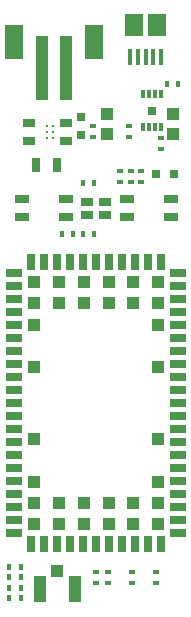
<source format=gtp>
G75*
%MOIN*%
%OFA0B0*%
%FSLAX25Y25*%
%IPPOS*%
%LPD*%
%AMOC8*
5,1,8,0,0,1.08239X$1,22.5*
%
%ADD10R,0.01575X0.05315*%
%ADD11R,0.05906X0.07480*%
%ADD12R,0.04921X0.02559*%
%ADD13R,0.03150X0.03150*%
%ADD14R,0.02400X0.01800*%
%ADD15R,0.04134X0.08661*%
%ADD16R,0.03937X0.04134*%
%ADD17R,0.01800X0.02400*%
%ADD18R,0.02756X0.05512*%
%ADD19R,0.05512X0.02756*%
%ADD20R,0.03937X0.03937*%
%ADD21R,0.03937X0.03150*%
%ADD22R,0.06299X0.11811*%
%ADD23R,0.03937X0.21654*%
%ADD24R,0.03150X0.04724*%
%ADD25R,0.04100X0.02800*%
%ADD26R,0.01181X0.03150*%
%ADD27R,0.02600X0.02600*%
%ADD28R,0.03937X0.04331*%
%ADD29C,0.01181*%
D10*
X0089045Y0187969D03*
X0091604Y0187969D03*
X0094163Y0187969D03*
X0096723Y0187969D03*
X0099282Y0187969D03*
D11*
X0098100Y0198500D03*
X0090226Y0198461D03*
D12*
X0087782Y0140551D03*
X0087782Y0134449D03*
X0102545Y0134449D03*
X0102545Y0140551D03*
X0067545Y0140551D03*
X0067545Y0134449D03*
X0052782Y0134449D03*
X0052782Y0140551D03*
D13*
X0072663Y0162047D03*
X0072663Y0167953D03*
X0097711Y0149000D03*
X0103616Y0149000D03*
D14*
X0092663Y0149900D03*
X0089163Y0149900D03*
X0085663Y0149900D03*
X0085663Y0146100D03*
X0089163Y0146100D03*
X0092663Y0146100D03*
X0099163Y0157100D03*
X0099163Y0160900D03*
X0088663Y0161100D03*
X0088663Y0164900D03*
X0076663Y0164900D03*
X0076663Y0161100D03*
X0077663Y0016400D03*
X0081663Y0016400D03*
X0089663Y0016400D03*
X0089663Y0012600D03*
X0081663Y0012600D03*
X0077663Y0012600D03*
X0097663Y0012600D03*
X0097663Y0016400D03*
D15*
X0070471Y0010500D03*
X0058856Y0010500D03*
D16*
X0064663Y0016514D03*
D17*
X0048763Y0007500D03*
X0052563Y0007500D03*
X0052563Y0011000D03*
X0052563Y0014500D03*
X0048763Y0014500D03*
X0048763Y0011000D03*
X0048763Y0018000D03*
X0052563Y0018000D03*
X0066263Y0129000D03*
X0070063Y0129000D03*
X0073263Y0129000D03*
X0077063Y0129000D03*
X0077063Y0146000D03*
X0073263Y0146000D03*
X0101263Y0179000D03*
X0105063Y0179000D03*
D18*
X0099317Y0119547D03*
X0094986Y0119547D03*
X0090656Y0119547D03*
X0086325Y0119547D03*
X0081994Y0119547D03*
X0077663Y0119547D03*
X0073333Y0119547D03*
X0069002Y0119547D03*
X0064671Y0119547D03*
X0060341Y0119547D03*
X0056010Y0119547D03*
X0056010Y0025453D03*
X0060341Y0025453D03*
X0064671Y0025453D03*
X0069002Y0025453D03*
X0073333Y0025453D03*
X0077663Y0025453D03*
X0081994Y0025453D03*
X0086325Y0025453D03*
X0090656Y0025453D03*
X0094986Y0025453D03*
X0099317Y0025453D03*
D19*
X0105026Y0029193D03*
X0105026Y0033524D03*
X0105026Y0037854D03*
X0105026Y0042185D03*
X0105026Y0046516D03*
X0105026Y0050846D03*
X0105026Y0055177D03*
X0105026Y0059508D03*
X0105026Y0063839D03*
X0105026Y0068169D03*
X0105026Y0072500D03*
X0105026Y0076831D03*
X0105026Y0081161D03*
X0105026Y0085492D03*
X0105026Y0089823D03*
X0105026Y0094154D03*
X0105026Y0098484D03*
X0105026Y0102815D03*
X0105026Y0107146D03*
X0105026Y0111476D03*
X0105026Y0115807D03*
X0050301Y0115807D03*
X0050301Y0111476D03*
X0050301Y0107146D03*
X0050301Y0102815D03*
X0050301Y0098484D03*
X0050301Y0094154D03*
X0050301Y0089823D03*
X0050301Y0085492D03*
X0050301Y0081161D03*
X0050301Y0076831D03*
X0050301Y0072500D03*
X0050301Y0068169D03*
X0050301Y0063839D03*
X0050301Y0059508D03*
X0050301Y0055177D03*
X0050301Y0050846D03*
X0050301Y0046516D03*
X0050301Y0042185D03*
X0050301Y0037854D03*
X0050301Y0033524D03*
X0050301Y0029193D03*
D20*
X0056994Y0032146D03*
X0065262Y0032146D03*
X0073530Y0032146D03*
X0081797Y0032146D03*
X0090065Y0032146D03*
X0098333Y0032146D03*
X0098333Y0039232D03*
X0090065Y0039232D03*
X0081797Y0039232D03*
X0073530Y0039232D03*
X0065262Y0039232D03*
X0056994Y0039232D03*
X0056994Y0046319D03*
X0056994Y0060492D03*
X0098333Y0060492D03*
X0098333Y0046319D03*
X0098333Y0084508D03*
X0098333Y0098681D03*
X0098333Y0105768D03*
X0090065Y0105768D03*
X0081797Y0105768D03*
X0073530Y0105768D03*
X0065262Y0105768D03*
X0056994Y0105768D03*
X0056994Y0112854D03*
X0065262Y0112854D03*
X0073530Y0112854D03*
X0081797Y0112854D03*
X0090065Y0112854D03*
X0098333Y0112854D03*
X0056994Y0098681D03*
X0056994Y0084508D03*
D21*
X0074711Y0135335D03*
X0080616Y0135335D03*
X0080616Y0139665D03*
X0074711Y0139665D03*
D22*
X0077049Y0193063D03*
X0050278Y0193063D03*
D23*
X0059726Y0184126D03*
X0067600Y0184126D03*
D24*
X0064707Y0152000D03*
X0057620Y0152000D03*
D25*
X0055163Y0160050D03*
X0055163Y0165950D03*
X0067663Y0165950D03*
X0067663Y0160050D03*
D26*
X0093211Y0164488D03*
X0095179Y0164488D03*
X0097148Y0164488D03*
X0099116Y0164488D03*
X0099116Y0175512D03*
X0097148Y0175512D03*
X0095179Y0175512D03*
X0093211Y0175512D03*
D27*
X0096163Y0170000D03*
D28*
X0103163Y0168846D03*
X0103163Y0162154D03*
X0081163Y0162154D03*
X0081163Y0168846D03*
D29*
X0063148Y0164969D03*
X0061179Y0164969D03*
X0061179Y0163000D03*
X0061179Y0161031D03*
X0063148Y0161031D03*
X0063148Y0163000D03*
M02*

</source>
